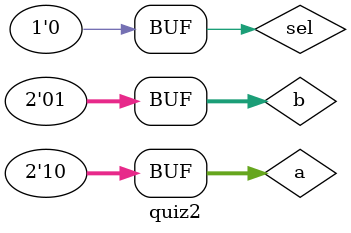
<source format=v>
`timescale 1ns/1ns

module quiz2;
reg [1:0] a, b;
reg sel;
wire [1:0] out;

mux21_if U0(a, b, sel, out);

initial begin
	a=2'b10; b=2'b01;
	#30 sel = 1;
	#60 sel = 0;
end

endmodule
</source>
